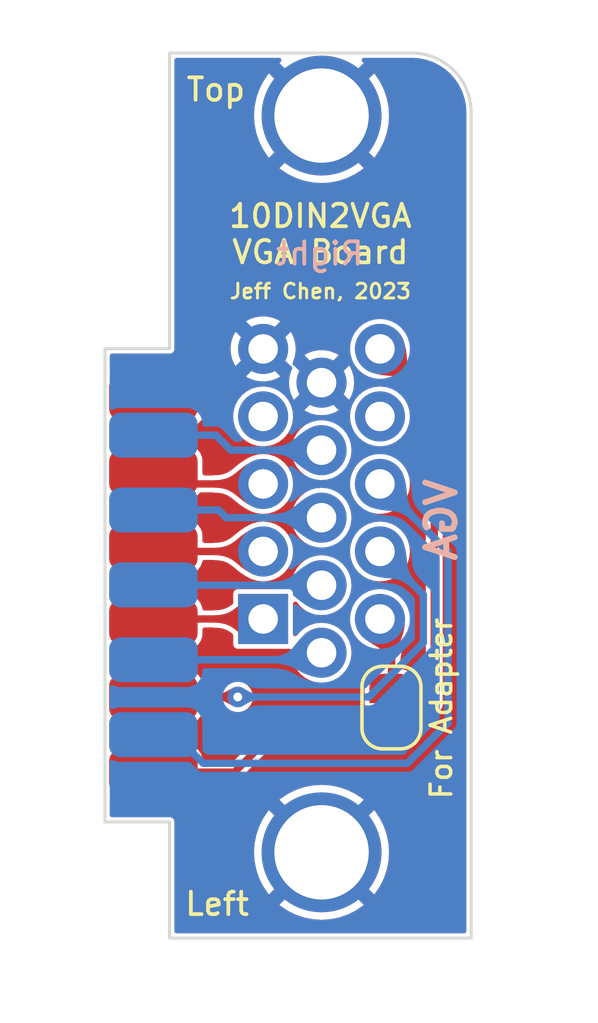
<source format=kicad_pcb>
(kicad_pcb (version 20211014) (generator pcbnew)
  (title_block (title "10DIN2VGA VGA Board") (date "2023-01-05") (rev "1") (company "Jeff Chen"))
  (layers (0 "F.Cu" signal "Front") (31 "B.Cu" signal "Back") (34 "B.Paste" user) (35 "F.Paste" user) (36 "B.SilkS" user "B.Silkscreen") (37 "F.SilkS" user "F.Silkscreen") (38 "B.Mask" user) (39 "F.Mask" user) (44 "Edge.Cuts" user))
  (net 0 "")
  (net 1 "/HSync")
  (net 2 "/Audio L")
  (net 3 "/Audio_R")
  (net 4 "/5V")
  (net 5 "/Red")
  (net 6 "/Green")
  (net 7 "/Blue")
  (net 8 "/CVBS")
  (net 9 "/Luma")
  (net 10 "/Chroma")
  (net 11 "GND")
  (net 12 "/Adapter_R")
  (footprint "10DIN2VGA:Interconnect_B" (layer "F.Cu") (at 139.9 108.15)
    (fp_text reference "I2" hide)
    (fp_text value "Interconnect_B")
    (pad "1" smd roundrect (at -0.45 5.08) (size 3 1.524) (layers "B.Cu" "B.Paste" "B.Mask") (net 1 "/HSync"))
    (pad "2" smd roundrect (at -0.45 3.805) (size 3 1.524) (layers "F.Cu" "F.Paste" "F.Mask") (net 2 "/Audio L"))
    (pad "3" smd roundrect (at -0.45 6.345) (size 3 1.524) (layers "F.Cu" "F.Paste" "F.Mask") (net 3 "/Audio_R"))
    (pad "4" smd roundrect (at -0.45 -5.08) (size 3 1.524) (layers "B.Cu" "B.Paste" "B.Mask") (net 4 "/5V"))
    (pad "5" smd roundrect (at -0.45 1.265) (size 3 1.524) (layers "F.Cu" "F.Paste" "F.Mask") (net 5 "/Red"))
    (pad "6" smd roundrect (at -0.45 -1.275) (size 3 1.524) (layers "F.Cu" "F.Paste" "F.Mask") (net 6 "/Green"))
    (pad "7" smd roundrect (at -0.45 -3.815) (size 3 1.524) (layers "F.Cu" "F.Paste" "F.Mask") (net 7 "/Blue"))
    (pad "8" smd roundrect (at -0.45 2.54) (size 3 1.524) (layers "B.Cu" "B.Paste" "B.Mask") (net 8 "/CVBS"))
    (pad "9" smd roundrect (at -0.45 -2.54) (size 3 1.524) (layers "B.Cu" "B.Paste" "B.Mask") (net 9 "/Luma"))
    (pad "10" smd roundrect (at -0.45 0) (size 3 1.524) (layers "B.Cu" "B.Paste" "B.Mask") (net 10 "/Chroma"))
    (pad "11" smd roundrect (at -0.45 -6.355) (size 3 1.524) (layers "F.Cu" "F.Paste" "F.Mask") (net 11 "GND"))
  )
  (footprint "Jumper:SolderJumper-2_P1.3mm_Open_RoundedPad1.0x1.5mm" (layer "F.Cu") (at 147.52 112.31 90)
    (fp_text reference "JP1" hide)
    (fp_text value "Not for RGB")
    (fp_line (start 0.7 1) (end -0.7 1) (layer "F.SilkS") (width 0.12))
    (fp_line (start -1.4 0.3) (end -1.4 -0.3) (layer "F.SilkS") (width 0.12))
    (fp_line (start 1.4 -0.3) (end 1.4 0.3) (layer "F.SilkS") (width 0.12))
    (fp_line (start -0.7 -1) (end 0.7 -1) (layer "F.SilkS") (width 0.12))
    (fp_arc (start -1.4 -0.3) (mid -1.194975 -0.794975) (end -0.7 -1) (layer "F.SilkS") (width 0.12))
    (fp_arc (start 1.4 0.3) (mid 1.194975 0.794975) (end 0.7 1) (layer "F.SilkS") (width 0.12))
    (fp_arc (start 0.7 -1) (mid 1.194975 -0.794975) (end 1.4 -0.3) (layer "F.SilkS") (width 0.12))
    (fp_arc (start -0.7 1) (mid -1.194975 0.794975) (end -1.4 0.3) (layer "F.SilkS") (width 0.12))
    (pad "1" smd custom (at -0.65 0 90) (size 1 0.5) (layers "F.Cu" "F.Mask") (net 3 "/Audio_R") (options (clearance outline) (anchor rect)) (primitives (gr_circle (center 0 0.25) (end 0.5 0.25) (width 0) (fill yes)) (gr_circle (center 0 -0.25) (end 0.5 -0.25) (width 0) (fill yes)) (gr_poly (pts (xy 0.5 0.75) (xy 0 0.75) (xy 0 -0.75) (xy 0.5 -0.75)) (width 0) (fill yes))))
    (pad "2" smd custom (at 0.65 0 90) (size 1 0.5) (layers "F.Cu" "F.Mask") (net 12 "/Adapter_R") (options (clearance outline) (anchor rect)) (primitives (gr_circle (center 0 0.25) (end 0.5 0.25) (width 0) (fill yes)) (gr_circle (center 0 -0.25) (end 0.5 -0.25) (width 0) (fill yes)) (gr_poly (pts (xy 0 0.75) (xy -0.5 0.75) (xy -0.5 -0.75) (xy 0 -0.75)) (width 0) (fill yes))))
  )
  (footprint "10DIN2VGA:VGA_female_rightangle_slim" (layer "B.Cu") (at 145.15 92.23 -90)
    (fp_text reference "P1" (at 0 -0.5 90) (layer "B.SilkS") (effects (justify mirror)))
    (fp_text value "VGA_Female_Slim")
    (pad "1" thru_hole rect (at 17.075 1.98 90) (size 1.7 1.7) (drill 1) (layers *.Cu *.Mask) (net 5 "/Red"))
    (pad "2" thru_hole circle (at 14.785 1.98 90) (size 1.7 1.7) (drill 1) (layers *.Cu *.Mask) (net 6 "/Green"))
    (pad "3" thru_hole circle (at 12.495 1.98 90) (size 1.7 1.7) (drill 1) (layers *.Cu *.Mask) (net 7 "/Blue"))
    (pad "4" thru_hole circle (at 10.205 1.98 90) (size 1.7 1.7) (drill 1) (layers *.Cu *.Mask))
    (pad "5" thru_hole circle (at 7.915 1.98 90) (size 1.7 1.7) (drill 1) (layers *.Cu *.Mask) (net 11 "GND"))
    (pad "6" thru_hole circle (at 18.22 0 90) (size 1.7 1.7) (drill 1) (layers *.Cu *.Mask) (net 8 "/CVBS"))
    (pad "7" thru_hole circle (at 15.93 0 90) (size 1.7 1.7) (drill 1) (layers *.Cu *.Mask) (net 10 "/Chroma"))
    (pad "8" thru_hole circle (at 13.64 0 90) (size 1.7 1.7) (drill 1) (layers *.Cu *.Mask) (net 9 "/Luma"))
    (pad "9" thru_hole circle (at 11.35 0 90) (size 1.7 1.7) (drill 1) (layers *.Cu *.Mask) (net 4 "/5V"))
    (pad "10" thru_hole circle (at 9.06 0 90) (size 1.7 1.7) (drill 1) (layers *.Cu *.Mask) (net 11 "GND"))
    (pad "11" thru_hole circle (at 17.075 -1.98 90) (size 1.7 1.7) (drill 1) (layers *.Cu *.Mask) (net 12 "/Adapter_R"))
    (pad "12" thru_hole circle (at 14.785 -1.98 90) (size 1.7 1.7) (drill 1) (layers *.Cu *.Mask) (net 2 "/Audio L"))
    (pad "13" thru_hole circle (at 12.495 -1.98 90) (size 1.7 1.7) (drill 1) (layers *.Cu *.Mask) (net 1 "/HSync"))
    (pad "14" thru_hole circle (at 10.205 -1.98 90) (size 1.7 1.7) (drill 1) (layers *.Cu *.Mask))
    (pad "15" thru_hole circle (at 7.915 -1.98 90) (size 1.7 1.7) (drill 1) (layers *.Cu *.Mask) (net 3 "/Audio_R"))
    (pad "S1" thru_hole circle (at 0 0 270) (size 4.066 4.066) (drill 3.2) (layers *.Cu *.Mask) (net 11 "GND"))
    (pad "S2" thru_hole circle (at 24.99 0 270) (size 4.066 4.066) (drill 3.2) (layers *.Cu *.Mask) (net 11 "GND"))
  )
  (gr_line (start 150.220105 92.12) (end 150.22 120.13) (layer "Edge.Cuts") (width 0.1))
  (gr_line (start 140 90.11) (end 148.2 90.109895) (layer "Edge.Cuts") (width 0.1))
  (gr_arc (start 148.2 90.109895) (mid 149.628114 90.694806) (end 150.220105 92.12) (layer "Edge.Cuts") (width 0.1))
  (gr_line (start 140 100.14) (end 140 90.11) (layer "Edge.Cuts") (width 0.1))
  (gr_line (start 137.81 116.19) (end 137.81 100.14) (layer "Edge.Cuts") (width 0.1))
  (gr_line (start 140 120.13) (end 140 116.19) (layer "Edge.Cuts") (width 0.1))
  (gr_line (start 137.81 100.14) (end 140 100.14) (layer "Edge.Cuts") (width 0.1))
  (gr_line (start 140 116.19) (end 137.81 116.19) (layer "Edge.Cuts") (width 0.1))
  (gr_line (start 150.22 120.13) (end 140 120.13) (layer "Edge.Cuts") (width 0.1))
  (gr_text "Right" (at 145.09 96.91) (layer "B.SilkS") (effects (font (size 0.762 0.762) (thickness 0.127)) (justify mirror)))
  (gr_text "VGA" (at 149.21 105.94 90) (layer "B.SilkS") (effects (font (size 1 1) (thickness 0.2)) (justify mirror)))
  (gr_text "For Adapter" (at 149.21 112.34 90) (layer "F.SilkS") (effects (font (size 0.7 0.7) (thickness 0.12))))
  (gr_text "10DIN2VGA\nVGA Board" (at 145.11 96.25) (layer "F.SilkS") (effects (font (size 0.762 0.762) (thickness 0.127))))
  (gr_text "Jeff Chen, 2023" (at 145.11 98.19) (layer "F.SilkS") (effects (font (size 0.5 0.5) (thickness 0.1))))
  (gr_text "Top" (at 141.57 91.35) (layer "F.SilkS") (effects (font (size 0.762 0.762) (thickness 0.127))))
  (gr_text "Left" (at 141.61 118.97) (layer "F.SilkS") (effects (font (size 0.762 0.762) (thickness 0.127))))
  (segment (start 147.13 104.72) (end 149.44 107.03) (width 0.25) (layer "B.Cu") (net 1))
  (segment (start 141.140001 114.2) (end 140.170001 113.23) (width 0.25) (layer "B.Cu") (net 1))
  (segment (start 149.44 107.03) (end 149.44 112.821721) (width 0.25) (layer "B.Cu") (net 1))
  (segment (start 149.44 112.821721) (end 148.061721 114.2) (width 0.25) (layer "B.Cu") (net 1))
  (segment (start 148.061721 114.2) (end 141.140001 114.2) (width 0.25) (layer "B.Cu") (net 1))
  (segment (start 140.170001 113.23) (end 139.45 113.23) (width 0.25) (layer "B.Cu") (net 1))
  (segment (start 142.31 111.95) (end 139.45 111.95) (width 0.25) (layer "F.Cu") (net 2))
  (via (at 142.31 111.95) (size 0.7) (drill 0.3) (layers "F.Cu" "B.Cu") (net 2))
  (segment (start 148.6 108.48) (end 147.13 107.01) (width 0.25) (layer "B.Cu") (net 2))
  (segment (start 148.6 110.11) (end 148.6 108.48) (width 0.25) (layer "B.Cu") (net 2))
  (segment (start 142.31 111.95) (end 146.76 111.95) (width 0.25) (layer "B.Cu") (net 2))
  (segment (start 146.76 111.95) (end 148.6 110.11) (width 0.25) (layer "B.Cu") (net 2))
  (segment (start 143.74 112.96) (end 142.2 114.5) (width 0.25) (layer "F.Cu") (net 3))
  (segment (start 142.2 114.5) (end 139.47 114.5) (width 0.25) (layer "F.Cu") (net 3))
  (segment (start 147.52 112.96) (end 148.2 112.96) (width 0.25) (layer "F.Cu") (net 3))
  (segment (start 147.52 112.96) (end 143.74 112.96) (width 0.25) (layer "F.Cu") (net 3))
  (segment (start 148.97 112.19) (end 148.97 101.98) (width 0.25) (layer "F.Cu") (net 3))
  (segment (start 148.97 101.98) (end 147.13 100.14) (width 0.25) (layer "F.Cu") (net 3))
  (segment (start 148.2 112.96) (end 148.97 112.19) (width 0.25) (layer "F.Cu") (net 3))
  (segment (start 142.08 103.58) (end 145.15 103.58) (width 0.25) (layer "B.Cu") (net 4))
  (segment (start 141.57 103.07) (end 142.08 103.58) (width 0.25) (layer "B.Cu") (net 4))
  (segment (start 139.45 103.07) (end 141.57 103.07) (width 0.25) (layer "B.Cu") (net 4))
  (segment (start 139 103.07) (end 139.51 103.58) (width 0.25) (layer "B.Cu") (net 4))
  (segment (start 139.565 109.305) (end 139.46 109.41) (width 0.25) (layer "F.Cu") (net 5))
  (segment (start 143.17 109.305) (end 139.565 109.305) (width 0.25) (layer "F.Cu") (net 5))
  (segment (start 143.17 107.015) (end 139.595 107.015) (width 0.25) (layer "F.Cu") (net 6))
  (segment (start 139.595 107.015) (end 139.45 106.87) (width 0.25) (layer "F.Cu") (net 6))
  (segment (start 139.845 104.725) (end 139.45 104.33) (width 0.25) (layer "F.Cu") (net 7))
  (segment (start 143.17 104.725) (end 139.845 104.725) (width 0.25) (layer "F.Cu") (net 7))
  (segment (start 145.15 110.45) (end 144.91 110.69) (width 0.25) (layer "B.Cu") (net 8))
  (segment (start 144.91 110.69) (end 139.45 110.69) (width 0.25) (layer "B.Cu") (net 8))
  (segment (start 141.66 105.61) (end 141.92 105.87) (width 0.25) (layer "B.Cu") (net 9))
  (segment (start 141.92 105.87) (end 145.15 105.87) (width 0.25) (layer "B.Cu") (net 9))
  (segment (start 141.66 105.61) (end 139.45 105.61) (width 0.25) (layer "B.Cu") (net 9))
  (segment (start 145.15 108.16) (end 139.46 108.16) (width 0.25) (layer "B.Cu") (net 10))
  (segment (start 139.46 108.16) (end 139.45 108.15) (width 0.25) (layer "B.Cu") (net 10))
  (segment (start 147.52 111.66) (end 147.52 109.7) (width 0.25) (layer "F.Cu") (net 12))
  (segment (start 147.52 109.7) (end 147.13 109.31) (width 0.25) (layer "F.Cu") (net 12))
  (zone (net 3) (net_name "/Audio_R") (layer "F.Cu") (priority 16962) (connect_pads yes (clearance 0)) (min_thickness 0.0254) (fill yes (thermal_gap 0.508) (thermal_bridge_width 0.508))
    (polygon (pts (xy 148.413398 101.246621) (xy 148.279816 101.098445) (xy 148.184983 100.962308) (xy 148.121486 100.834509) (xy 148.081912 100.71135) (xy 148.058849 100.58913) (xy 148.044883 100.464152) (xy 148.032602 100.332715) (xy 148.014592 100.19112) (xy 147.983442 100.035668) (xy 147.931738 99.86266) (xy 146.828213 99.845753) (xy 146.854448 100.949096) (xy 147.027466 100.999235) (xy 147.182893 101.029116) (xy 147.324428 101.046108) (xy 147.455764 101.057583) (xy 147.580599 101.070914) (xy 147.702629 101.093471) (xy 147.82555 101.132626) (xy 147.953058 101.195752) (xy 148.088849 101.290218) (xy 148.236621 101.423398)))
  )
  (zone (net 6) (net_name "/Green") (layer "F.Cu") (priority 16962) (connect_pads yes (clearance 0)) (min_thickness 0.0254) (fill yes (thermal_gap 0.508) (thermal_bridge_width 0.508))
    (polygon (pts (xy 141.48 107.14) (xy 141.679398 107.150302) (xy 141.842872 107.179473) (xy 141.978273 107.224914) (xy 142.093451 107.284021) (xy 142.196258 107.354195) (xy 142.294544 107.432832) (xy 142.396159 107.517333) (xy 142.508956 107.605095) (xy 142.640783 107.693518) (xy 142.799494 107.78) (xy 143.595 107.015) (xy 142.799494 106.25) (xy 142.640783 106.336481) (xy 142.508956 106.424904) (xy 142.396159 106.512666) (xy 142.294544 106.597167) (xy 142.196258 106.675804) (xy 142.093451 106.745978) (xy 141.978273 106.805085) (xy 141.842872 106.850526) (xy 141.679398 106.879697) (xy 141.48 106.89)))
  )
  (zone (net 5) (net_name "/Red") (layer "F.Cu") (priority 16962) (connect_pads yes (clearance 0)) (min_thickness 0.0254) (fill yes (thermal_gap 0.508) (thermal_bridge_width 0.508))
    (polygon (pts (xy 141.48 109.43) (xy 141.679398 109.440302) (xy 141.842872 109.469473) (xy 141.978273 109.514914) (xy 142.093451 109.574021) (xy 142.196258 109.644195) (xy 142.294544 109.722832) (xy 142.396159 109.807333) (xy 142.508956 109.895095) (xy 142.640783 109.983518) (xy 142.799494 110.07) (xy 143.595 109.305) (xy 142.799494 108.54) (xy 142.640783 108.626481) (xy 142.508956 108.714904) (xy 142.396159 108.802666) (xy 142.294544 108.887167) (xy 142.196258 108.965804) (xy 142.093451 109.035978) (xy 141.978273 109.095085) (xy 141.842872 109.140526) (xy 141.679398 109.169697) (xy 141.48 109.18)))
  )
  (zone (net 7) (net_name "/Blue") (layer "F.Cu") (priority 16962) (connect_pads yes (clearance 0)) (min_thickness 0.0254) (fill yes (thermal_gap 0.508) (thermal_bridge_width 0.508))
    (polygon (pts (xy 141.48 104.85) (xy 141.679398 104.860302) (xy 141.842872 104.889473) (xy 141.978273 104.934914) (xy 142.093451 104.994021) (xy 142.196258 105.064195) (xy 142.294544 105.142832) (xy 142.396159 105.227333) (xy 142.508956 105.315095) (xy 142.640783 105.403518) (xy 142.799494 105.49) (xy 143.595 104.725) (xy 142.799494 103.96) (xy 142.640783 104.046481) (xy 142.508956 104.134904) (xy 142.396159 104.222666) (xy 142.294544 104.307167) (xy 142.196258 104.385804) (xy 142.093451 104.455978) (xy 141.978273 104.515085) (xy 141.842872 104.560526) (xy 141.679398 104.589697) (xy 141.48 104.6)))
  )
  (zone (net 2) (net_name "/Audio L") (layer "F.Cu") (priority 16962) (connect_pads yes (clearance 0)) (min_thickness 0.0254) (fill yes (thermal_gap 0.508) (thermal_bridge_width 0.508))
    (polygon (pts (xy 141.62 112.075) (xy 141.698459 112.077487) (xy 141.764545 112.084688) (xy 141.820839 112.096211) (xy 141.869921 112.111665) (xy 141.914371 112.130658) (xy 141.956768 112.152798) (xy 141.999693 112.177694) (xy 142.045727 112.204954) (xy 142.097449 112.234186) (xy 142.157439 112.265) (xy 142.485 111.95) (xy 142.157439 111.635) (xy 142.097449 111.665813) (xy 142.045727 111.695045) (xy 141.999693 111.722305) (xy 141.956768 111.747201) (xy 141.914371 111.769341) (xy 141.869921 111.788334) (xy 141.820839 111.803788) (xy 141.764545 111.815311) (xy 141.698459 111.822512) (xy 141.62 111.825)))
  )
  (zone (net 11) (net_name "GND") (layers F&B.Cu) (connect_pads (clearance 0.16)) (min_thickness 0.16) (fill yes (thermal_gap 0.25) (thermal_bridge_width 0.5))
    (polygon (pts (xy 153.22 123.01) (xy 135.73 123.01) (xy 135.73 88.31) (xy 153.22 88.31)))
  )
  (zone (net 12) (net_name "/Adapter_R") (layer "F.Cu") (priority 16962) (connect_pads yes (clearance 0)) (min_thickness 0.0254) (fill yes (thermal_gap 0.508) (thermal_bridge_width 0.508))
    (polygon (pts (xy 147.645 110.92) (xy 147.65438 110.694036) (xy 147.67984 110.505247) (xy 147.717359 110.345064) (xy 147.76292 110.204918) (xy 147.8125 110.076242) (xy 147.86208 109.950466) (xy 147.90764 109.819022) (xy 147.94516 109.673342) (xy 147.97062 109.504857) (xy 147.98 109.305) (xy 146.936971 108.926365) (xy 146.616737 109.982539) (xy 146.742694 110.071249) (xy 146.862284 110.146248) (xy 146.973884 110.213098) (xy 147.07587 110.277358) (xy 147.166619 110.344592) (xy 147.244507 110.42036) (xy 147.307913 110.510223) (xy 147.355212 110.619743) (xy 147.384782 110.754481) (xy 147.395 110.92)))
  )
  (zone (net 4) (net_name "/5V") (layer "B.Cu") (priority 16962) (connect_pads yes (clearance 0)) (min_thickness 0.0254) (fill yes (thermal_gap 0.508) (thermal_bridge_width 0.508))
    (polygon (pts (xy 143.46 103.705) (xy 143.659398 103.715302) (xy 143.822872 103.744473) (xy 143.958273 103.789914) (xy 144.073451 103.849021) (xy 144.176258 103.919195) (xy 144.274544 103.997832) (xy 144.376159 104.082333) (xy 144.488956 104.170095) (xy 144.620783 104.258518) (xy 144.779494 104.345) (xy 145.575 103.58) (xy 144.779494 102.815) (xy 144.620783 102.901481) (xy 144.488956 102.989904) (xy 144.376159 103.077666) (xy 144.274544 103.162167) (xy 144.176258 103.240804) (xy 144.073451 103.310978) (xy 143.958273 103.370085) (xy 143.822872 103.415526) (xy 143.659398 103.444697) (xy 143.46 103.455)))
  )
  (zone (net 2) (net_name "/Audio L") (layer "B.Cu") (priority 16962) (connect_pads yes (clearance 0)) (min_thickness 0.0254) (fill yes (thermal_gap 0.508) (thermal_bridge_width 0.508))
    (polygon (pts (xy 148.413398 108.116621) (xy 148.279816 107.968445) (xy 148.184983 107.832308) (xy 148.121486 107.704509) (xy 148.081912 107.58135) (xy 148.058849 107.45913) (xy 148.044883 107.334152) (xy 148.032602 107.202715) (xy 148.014592 107.06112) (xy 147.983442 106.905668) (xy 147.931738 106.73266) (xy 146.828213 106.715753) (xy 146.854448 107.819096) (xy 147.027466 107.869235) (xy 147.182893 107.899116) (xy 147.324428 107.916108) (xy 147.455764 107.927583) (xy 147.580599 107.940914) (xy 147.702629 107.963471) (xy 147.82555 108.002626) (xy 147.953058 108.065752) (xy 148.088849 108.160218) (xy 148.236621 108.293398)))
  )
  (zone (net 10) (net_name "/Chroma") (layer "B.Cu") (priority 16962) (connect_pads yes (clearance 0)) (min_thickness 0.0254) (fill yes (thermal_gap 0.508) (thermal_bridge_width 0.508))
    (polygon (pts (xy 143.46 108.285) (xy 143.659398 108.295302) (xy 143.822872 108.324473) (xy 143.958273 108.369914) (xy 144.073451 108.429021) (xy 144.176258 108.499195) (xy 144.274544 108.577832) (xy 144.376159 108.662333) (xy 144.488956 108.750095) (xy 144.620783 108.838518) (xy 144.779494 108.925) (xy 145.575 108.16) (xy 144.779494 107.395) (xy 144.620783 107.481481) (xy 144.488956 107.569904) (xy 144.376159 107.657666) (xy 144.274544 107.742167) (xy 144.176258 107.820804) (xy 144.073451 107.890978) (xy 143.958273 107.950085) (xy 143.822872 107.995526) (xy 143.659398 108.024697) (xy 143.46 108.035)))
  )
  (zone (net 8) (net_name "/CVBS") (layer "B.Cu") (priority 16962) (connect_pads yes (clearance 0)) (min_thickness 0.0254) (fill yes (thermal_gap 0.508) (thermal_bridge_width 0.508))
    (polygon (pts (xy 143.48 110.815) (xy 143.698509 110.825093) (xy 143.879515 110.852992) (xy 144.031615 110.895121) (xy 144.163409 110.947907) (xy 144.283496 111.007775) (xy 144.400475 111.071153) (xy 144.522946 111.134466) (xy 144.659507 111.194139) (xy 144.818758 111.246599) (xy 145.009299 111.288273) (xy 145.557888 110.330619) (xy 144.579524 109.819876) (xy 144.46106 109.93635) (xy 144.362042 110.048457) (xy 144.275885 110.154338) (xy 144.196008 110.252134) (xy 144.115828 110.339985) (xy 144.028763 110.416032) (xy 143.92823 110.478417) (xy 143.807646 110.525279) (xy 143.66043 110.554759) (xy 143.48 110.565)))
  )
  (zone (net 2) (net_name "/Audio L") (layer "B.Cu") (priority 16962) (connect_pads yes (clearance 0)) (min_thickness 0.0254) (fill yes (thermal_gap 0.508) (thermal_bridge_width 0.508))
    (polygon (pts (xy 143 111.825) (xy 142.92154 111.822512) (xy 142.855454 111.815311) (xy 142.79916 111.803788) (xy 142.750078 111.788334) (xy 142.705628 111.769341) (xy 142.663231 111.747201) (xy 142.620306 111.722305) (xy 142.574272 111.695045) (xy 142.52255 111.665813) (xy 142.462561 111.635) (xy 142.135 111.95) (xy 142.462561 112.265) (xy 142.52255 112.234186) (xy 142.574272 112.204954) (xy 142.620306 112.177694) (xy 142.663231 112.152798) (xy 142.705628 112.130658) (xy 142.750078 112.111665) (xy 142.79916 112.096211) (xy 142.855454 112.084688) (xy 142.92154 112.077487) (xy 143 112.075)))
  )
  (zone (net 1) (net_name "/HSync") (layer "B.Cu") (priority 16962) (connect_pads yes (clearance 0)) (min_thickness 0.0254) (fill yes (thermal_gap 0.508) (thermal_bridge_width 0.508))
    (polygon (pts (xy 148.413398 105.826621) (xy 148.279816 105.678445) (xy 148.184983 105.542308) (xy 148.121486 105.414509) (xy 148.081912 105.29135) (xy 148.058849 105.16913) (xy 148.044883 105.044152) (xy 148.032602 104.912715) (xy 148.014592 104.77112) (xy 147.983442 104.615668) (xy 147.931738 104.44266) (xy 146.828213 104.425753) (xy 146.854448 105.529096) (xy 147.027466 105.579235) (xy 147.182893 105.609116) (xy 147.324428 105.626108) (xy 147.455764 105.637583) (xy 147.580599 105.650914) (xy 147.702629 105.673471) (xy 147.82555 105.712626) (xy 147.953058 105.775752) (xy 148.088849 105.870218) (xy 148.236621 106.003398)))
  )
  (zone (net 9) (net_name "/Luma") (layer "B.Cu") (priority 16962) (connect_pads yes (clearance 0)) (min_thickness 0.0254) (fill yes (thermal_gap 0.508) (thermal_bridge_width 0.508))
    (polygon (pts (xy 143.46 105.995) (xy 143.659398 106.005302) (xy 143.822872 106.034473) (xy 143.958273 106.079914) (xy 144.073451 106.139021) (xy 144.176258 106.209195) (xy 144.274544 106.287832) (xy 144.376159 106.372333) (xy 144.488956 106.460095) (xy 144.620783 106.548518) (xy 144.779494 106.635) (xy 145.575 105.87) (xy 144.779494 105.105) (xy 144.620783 105.191481) (xy 144.488956 105.279904) (xy 144.376159 105.367666) (xy 144.274544 105.452167) (xy 144.176258 105.530804) (xy 144.073451 105.600978) (xy 143.958273 105.660085) (xy 143.822872 105.705526) (xy 143.659398 105.734697) (xy 143.46 105.745)))
  )
)
</source>
